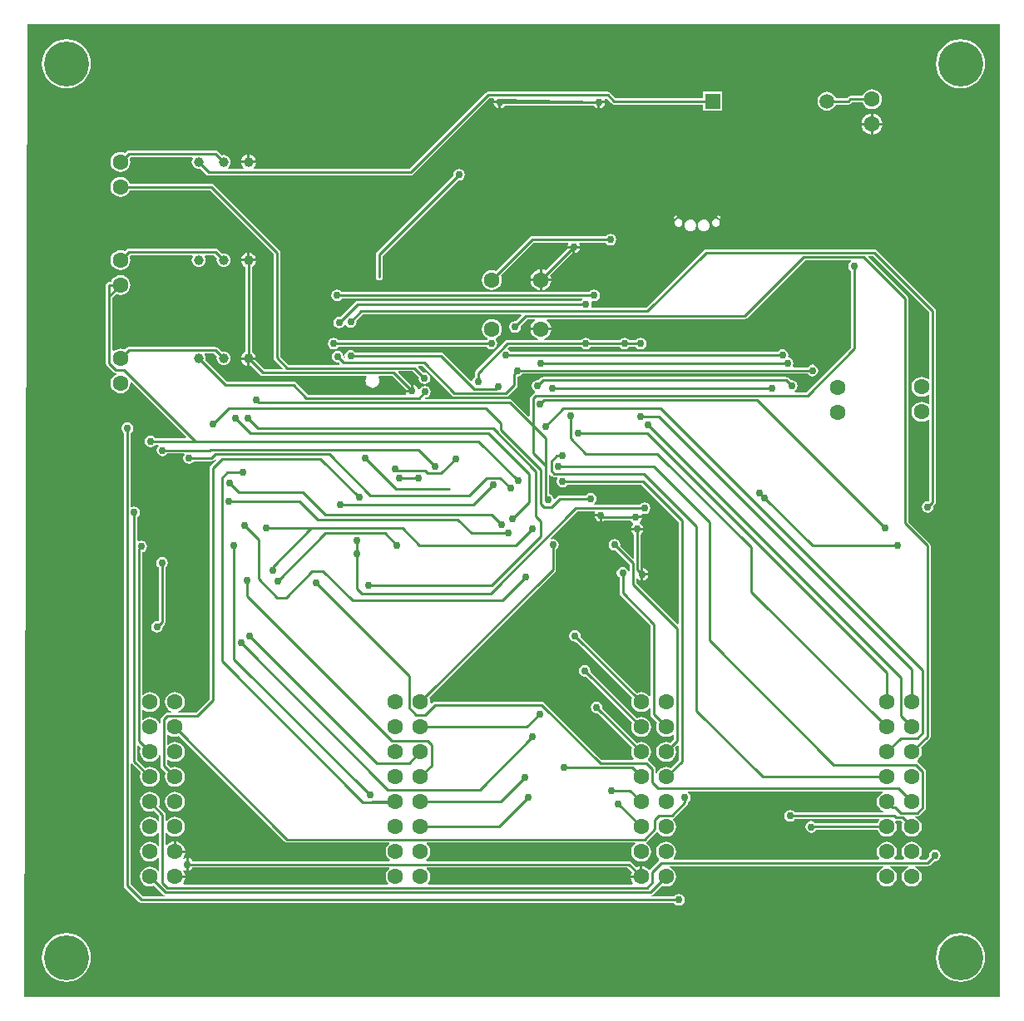
<source format=gbl>
G04*
G04 #@! TF.GenerationSoftware,Altium Limited,Altium Designer,19.1.8 (144)*
G04*
G04 Layer_Physical_Order=2*
G04 Layer_Color=16711680*
%FSLAX25Y25*%
%MOIN*%
G70*
G01*
G75*
%ADD14C,0.01000*%
%ADD58C,0.06299*%
%ADD59C,0.03937*%
%ADD60C,0.05906*%
%ADD61R,0.05906X0.05906*%
%ADD62C,0.18000*%
%ADD63C,0.03000*%
G36*
X389764Y389764D02*
X389764Y-0D01*
X-728Y-0D01*
X-1081Y354D01*
X0Y389764D01*
X389764Y389764D01*
D02*
G37*
%LPC*%
G36*
X374016Y383863D02*
X372095Y383674D01*
X370247Y383114D01*
X368545Y382204D01*
X367053Y380979D01*
X365828Y379487D01*
X364918Y377784D01*
X364358Y375937D01*
X364168Y374016D01*
X364358Y372095D01*
X364918Y370247D01*
X365828Y368545D01*
X367053Y367053D01*
X368545Y365828D01*
X370247Y364918D01*
X372095Y364357D01*
X374016Y364168D01*
X375937Y364357D01*
X377784Y364918D01*
X379487Y365828D01*
X380979Y367053D01*
X382204Y368545D01*
X383114Y370247D01*
X383674Y372095D01*
X383863Y374016D01*
X383674Y375937D01*
X383114Y377784D01*
X382204Y379487D01*
X380979Y380979D01*
X379487Y382204D01*
X377784Y383114D01*
X375937Y383674D01*
X374016Y383863D01*
D02*
G37*
G36*
X15748D02*
X13827Y383674D01*
X11980Y383114D01*
X10277Y382204D01*
X8785Y380979D01*
X7560Y379487D01*
X6650Y377784D01*
X6090Y375937D01*
X5900Y374016D01*
X6090Y372095D01*
X6650Y370247D01*
X7560Y368545D01*
X8785Y367053D01*
X10277Y365828D01*
X11980Y364918D01*
X13827Y364357D01*
X15748Y364168D01*
X17669Y364357D01*
X19516Y364918D01*
X21219Y365828D01*
X22711Y367053D01*
X23936Y368545D01*
X24846Y370247D01*
X25406Y372095D01*
X25595Y374016D01*
X25406Y375937D01*
X24846Y377784D01*
X23936Y379487D01*
X22711Y380979D01*
X21219Y382204D01*
X19516Y383114D01*
X17669Y383674D01*
X15748Y383863D01*
D02*
G37*
G36*
X338583Y363826D02*
X337552Y363690D01*
X336591Y363293D01*
X335766Y362659D01*
X335133Y361834D01*
X334857Y361168D01*
X329939D01*
X329432Y361067D01*
X329002Y360780D01*
X328603Y360381D01*
X324084D01*
X323849Y360948D01*
X323248Y361732D01*
X322463Y362333D01*
X321551Y362711D01*
X320571Y362840D01*
X319591Y362711D01*
X318678Y362333D01*
X317895Y361732D01*
X317293Y360948D01*
X316915Y360035D01*
X316786Y359055D01*
X316915Y358075D01*
X317293Y357163D01*
X317895Y356379D01*
X318678Y355777D01*
X319591Y355399D01*
X320571Y355270D01*
X321551Y355399D01*
X322463Y355777D01*
X323248Y356379D01*
X323849Y357163D01*
X324084Y357730D01*
X329152D01*
X329659Y357831D01*
X330089Y358118D01*
X330488Y358517D01*
X334857D01*
X335133Y357851D01*
X335766Y357026D01*
X336591Y356393D01*
X337552Y355995D01*
X338583Y355859D01*
X339614Y355995D01*
X340575Y356393D01*
X341400Y357026D01*
X342033Y357851D01*
X342431Y358811D01*
X342566Y359842D01*
X342431Y360874D01*
X342033Y361834D01*
X341400Y362659D01*
X340575Y363293D01*
X339614Y363690D01*
X338583Y363826D01*
D02*
G37*
G36*
X278457Y362808D02*
X270952D01*
Y360381D01*
X235733D01*
X233696Y362417D01*
X233266Y362704D01*
X232759Y362805D01*
X184652D01*
X184145Y362704D01*
X183715Y362417D01*
X153203Y331905D01*
X90866D01*
X90696Y332405D01*
X90857Y332529D01*
X91333Y333149D01*
X91632Y333871D01*
X91668Y334146D01*
X88740D01*
X85812D01*
X85848Y333871D01*
X86147Y333149D01*
X86623Y332529D01*
X86784Y332405D01*
X86614Y331905D01*
X80537D01*
X80368Y332405D01*
X80715Y332671D01*
X81159Y333249D01*
X81437Y333923D01*
X81533Y334646D01*
X81437Y335368D01*
X81159Y336042D01*
X80715Y336620D01*
X80136Y337064D01*
X79463Y337343D01*
X78740Y337438D01*
X78017Y337343D01*
X77947Y337314D01*
X76344Y338917D01*
X75914Y339204D01*
X75406Y339305D01*
X40735D01*
X40735Y339305D01*
X40228Y339204D01*
X39798Y338917D01*
X39099Y338218D01*
X38433Y338494D01*
X37402Y338629D01*
X36371Y338494D01*
X35410Y338096D01*
X34585Y337463D01*
X33952Y336638D01*
X33554Y335677D01*
X33418Y334646D01*
X33554Y333615D01*
X33952Y332654D01*
X34585Y331829D01*
X35410Y331196D01*
X36371Y330798D01*
X37402Y330662D01*
X38433Y330798D01*
X39393Y331196D01*
X40218Y331829D01*
X40852Y332654D01*
X41249Y333615D01*
X41385Y334646D01*
X41249Y335677D01*
X41004Y336270D01*
X41316Y336654D01*
X66161D01*
X66408Y336154D01*
X66322Y336042D01*
X66043Y335368D01*
X65948Y334646D01*
X66043Y333923D01*
X66322Y333249D01*
X66766Y332671D01*
X67344Y332227D01*
X68017Y331948D01*
X68740Y331853D01*
X69463Y331948D01*
X69534Y331978D01*
X71869Y329642D01*
X72299Y329355D01*
X72806Y329254D01*
X72806Y329254D01*
X153752D01*
X154259Y329355D01*
X154689Y329642D01*
X185201Y360154D01*
X186761D01*
X187029Y359655D01*
X186935Y359179D01*
X189384D01*
Y358680D01*
X189884D01*
Y356230D01*
X190360Y356325D01*
X191187Y356877D01*
X191505Y357354D01*
X227013D01*
X227331Y356877D01*
X228158Y356325D01*
X228634Y356230D01*
Y358680D01*
X229134D01*
Y359179D01*
X231583D01*
X231489Y359655D01*
X231450Y359713D01*
X231686Y360154D01*
X232210D01*
X234246Y358118D01*
X234676Y357831D01*
X235184Y357730D01*
X270952D01*
Y355302D01*
X278457D01*
Y362808D01*
D02*
G37*
G36*
X231583Y358179D02*
X229634D01*
Y356230D01*
X230109Y356325D01*
X230936Y356877D01*
X231489Y357704D01*
X231583Y358179D01*
D02*
G37*
G36*
X188884D02*
X186935D01*
X187029Y357704D01*
X187582Y356877D01*
X188409Y356325D01*
X188884Y356230D01*
Y358179D01*
D02*
G37*
G36*
X339083Y353962D02*
Y350342D01*
X342702D01*
X342626Y350926D01*
X342207Y351935D01*
X341542Y352802D01*
X340675Y353467D01*
X339666Y353885D01*
X339083Y353962D01*
D02*
G37*
G36*
X338083D02*
X337499Y353885D01*
X336490Y353467D01*
X335623Y352802D01*
X334958Y351935D01*
X334540Y350926D01*
X334463Y350342D01*
X338083D01*
Y353962D01*
D02*
G37*
G36*
X342702Y349342D02*
X339083D01*
Y345723D01*
X339666Y345800D01*
X340675Y346218D01*
X341542Y346883D01*
X342207Y347750D01*
X342626Y348759D01*
X342702Y349342D01*
D02*
G37*
G36*
X338083D02*
X334463D01*
X334540Y348759D01*
X334958Y347750D01*
X335623Y346883D01*
X336490Y346218D01*
X337499Y345800D01*
X338083Y345723D01*
Y349342D01*
D02*
G37*
G36*
X89240Y337574D02*
Y335146D01*
X91668D01*
X91632Y335421D01*
X91333Y336143D01*
X90857Y336763D01*
X90237Y337239D01*
X89515Y337538D01*
X89240Y337574D01*
D02*
G37*
G36*
X88240D02*
X87965Y337538D01*
X87243Y337239D01*
X86623Y336763D01*
X86147Y336143D01*
X85848Y335421D01*
X85812Y335146D01*
X88240D01*
Y337574D01*
D02*
G37*
G36*
X173130Y331903D02*
X172232Y331724D01*
X171472Y331216D01*
X170963Y330455D01*
X170785Y329557D01*
X170863Y329165D01*
X140215Y298517D01*
X139927Y298087D01*
X139827Y297580D01*
Y288529D01*
X139927Y288022D01*
X140215Y287592D01*
X140645Y287304D01*
X141152Y287204D01*
X141659Y287304D01*
X142089Y287592D01*
X142376Y288022D01*
X142477Y288529D01*
Y297030D01*
X172738Y327291D01*
X173130Y327213D01*
X174027Y327391D01*
X174788Y327899D01*
X175296Y328660D01*
X175475Y329557D01*
X175296Y330455D01*
X174788Y331216D01*
X174027Y331724D01*
X173130Y331903D01*
D02*
G37*
G36*
X276846Y313155D02*
X276556Y313035D01*
X276446Y312925D01*
X276782Y312588D01*
X277559Y311811D01*
X277670Y311922D01*
X277790Y312211D01*
X277790Y312287D01*
Y312524D01*
X277670Y312814D01*
X277448Y313035D01*
X277159Y313155D01*
X276922Y313155D01*
X276846Y313155D01*
D02*
G37*
G36*
X260162D02*
X260086Y313155D01*
X259849D01*
X259560Y313035D01*
X259338Y312814D01*
X259218Y312524D01*
X259218Y312211D01*
X259338Y311922D01*
X259449Y311811D01*
X260562Y312925D01*
X260452Y313035D01*
X260162Y313155D01*
X260162Y313155D01*
D02*
G37*
G36*
X276297Y311811D02*
X275671D01*
X275092Y311571D01*
X274649Y311128D01*
X274410Y310549D01*
Y309923D01*
X274649Y309344D01*
X275092Y308901D01*
X275671Y308661D01*
X276297D01*
X276876Y308901D01*
X277319Y309344D01*
X277559Y309923D01*
Y310549D01*
X277319Y311128D01*
X276876Y311571D01*
X276297Y311811D01*
D02*
G37*
G36*
X261337D02*
X260710D01*
X260132Y311571D01*
X259689Y311128D01*
X259449Y310549D01*
Y309923D01*
X259689Y309344D01*
X260132Y308901D01*
X260710Y308661D01*
X261337D01*
X261916Y308901D01*
X262359Y309344D01*
X262598Y309923D01*
Y310549D01*
X262359Y311128D01*
X261916Y311571D01*
X261337Y311811D01*
D02*
G37*
G36*
X266335Y311631D02*
X265395D01*
X264527Y311272D01*
X263862Y310607D01*
X263502Y309739D01*
Y308799D01*
X263862Y307931D01*
X264527Y307266D01*
X265395Y306907D01*
X266335D01*
X267203Y307266D01*
X267867Y307931D01*
X268227Y308799D01*
Y309739D01*
X267867Y310607D01*
X267203Y311272D01*
X266335Y311631D01*
D02*
G37*
G36*
X271730Y311576D02*
X270790D01*
X269922Y311216D01*
X269257Y310552D01*
X268898Y309684D01*
Y308744D01*
X269257Y307876D01*
X269922Y307211D01*
X270790Y306852D01*
X271730D01*
X272598Y307211D01*
X273262Y307876D01*
X273622Y308744D01*
Y309684D01*
X273262Y310552D01*
X272598Y311216D01*
X271730Y311576D01*
D02*
G37*
G36*
X233752Y305925D02*
X232855Y305746D01*
X232094Y305238D01*
X231871Y304905D01*
X202399D01*
X201891Y304804D01*
X201461Y304517D01*
X187918Y290973D01*
X187252Y291249D01*
X186221Y291385D01*
X185189Y291249D01*
X184229Y290851D01*
X183404Y290218D01*
X182771Y289393D01*
X182373Y288433D01*
X182237Y287402D01*
X182373Y286370D01*
X182771Y285410D01*
X183404Y284585D01*
X184229Y283952D01*
X185189Y283554D01*
X186221Y283418D01*
X187252Y283554D01*
X188212Y283952D01*
X189038Y284585D01*
X189671Y285410D01*
X190068Y286370D01*
X190204Y287402D01*
X190068Y288433D01*
X189793Y289099D01*
X202948Y302254D01*
X216665D01*
X216901Y301813D01*
X216729Y301555D01*
X216634Y301080D01*
X221533D01*
X221439Y301555D01*
X221266Y301813D01*
X221502Y302254D01*
X231871D01*
X232094Y301921D01*
X232855Y301413D01*
X233752Y301235D01*
X234649Y301413D01*
X235410Y301921D01*
X235918Y302682D01*
X236097Y303579D01*
X235918Y304477D01*
X235410Y305238D01*
X234649Y305746D01*
X233752Y305925D01*
D02*
G37*
G36*
X75436Y299905D02*
X40706D01*
X40198Y299804D01*
X39768Y299517D01*
X39099Y298847D01*
X38433Y299124D01*
X37402Y299259D01*
X36371Y299124D01*
X35410Y298726D01*
X34585Y298092D01*
X33952Y297267D01*
X33554Y296307D01*
X33418Y295275D01*
X33554Y294245D01*
X33952Y293284D01*
X34585Y292459D01*
X35410Y291826D01*
X36371Y291428D01*
X37402Y291292D01*
X38433Y291428D01*
X39393Y291826D01*
X40218Y292459D01*
X40852Y293284D01*
X41249Y294245D01*
X41385Y295275D01*
X41249Y296307D01*
X41025Y296849D01*
X41346Y297254D01*
X66138D01*
X66385Y296754D01*
X66322Y296672D01*
X66043Y295998D01*
X65948Y295275D01*
X66043Y294553D01*
X66322Y293879D01*
X66766Y293301D01*
X67344Y292857D01*
X68017Y292578D01*
X68740Y292483D01*
X69463Y292578D01*
X70136Y292857D01*
X70715Y293301D01*
X71158Y293879D01*
X71437Y294553D01*
X71533Y295275D01*
X71437Y295998D01*
X71158Y296672D01*
X71095Y296754D01*
X71342Y297254D01*
X74887D01*
X76072Y296069D01*
X76043Y295998D01*
X75948Y295275D01*
X76043Y294553D01*
X76322Y293879D01*
X76766Y293301D01*
X77344Y292857D01*
X78017Y292578D01*
X78740Y292483D01*
X79463Y292578D01*
X80136Y292857D01*
X80715Y293301D01*
X81159Y293879D01*
X81437Y294553D01*
X81533Y295275D01*
X81437Y295998D01*
X81159Y296672D01*
X80715Y297250D01*
X80136Y297694D01*
X79463Y297973D01*
X78740Y298068D01*
X78017Y297973D01*
X77947Y297943D01*
X76373Y299517D01*
X75943Y299804D01*
X75436Y299905D01*
D02*
G37*
G36*
X221533Y300079D02*
X219584D01*
Y298130D01*
X220059Y298225D01*
X220886Y298777D01*
X221439Y299604D01*
X221533Y300079D01*
D02*
G37*
G36*
X218584D02*
X216634D01*
X216647Y300017D01*
X207756Y291126D01*
X206989Y291444D01*
X206406Y291521D01*
Y287901D01*
X210025D01*
X209948Y288485D01*
X209631Y289252D01*
X218521Y298143D01*
X218584Y298130D01*
Y300079D01*
D02*
G37*
G36*
X89240Y298204D02*
Y295776D01*
X91668D01*
X91632Y296051D01*
X91333Y296773D01*
X90857Y297393D01*
X90237Y297868D01*
X89515Y298168D01*
X89240Y298204D01*
D02*
G37*
G36*
X88240D02*
X87965Y298168D01*
X87243Y297868D01*
X86623Y297393D01*
X86147Y296773D01*
X85848Y296051D01*
X85812Y295776D01*
X88240D01*
Y298204D01*
D02*
G37*
G36*
X205406Y291521D02*
X204822Y291444D01*
X203813Y291026D01*
X202946Y290361D01*
X202281Y289494D01*
X201863Y288485D01*
X201786Y287901D01*
X205406D01*
Y291521D01*
D02*
G37*
G36*
X210025Y286901D02*
X206406D01*
Y283282D01*
X206989Y283359D01*
X207998Y283777D01*
X208865Y284442D01*
X209530Y285309D01*
X209948Y286318D01*
X210025Y286901D01*
D02*
G37*
G36*
X205406D02*
X201786D01*
X201863Y286318D01*
X202281Y285309D01*
X202946Y284442D01*
X203813Y283777D01*
X204822Y283359D01*
X205406Y283282D01*
Y286901D01*
D02*
G37*
G36*
X186221Y271700D02*
X185189Y271565D01*
X184229Y271166D01*
X183404Y270533D01*
X182771Y269708D01*
X182373Y268748D01*
X182237Y267717D01*
X182373Y266686D01*
X182771Y265725D01*
X183404Y264900D01*
X184229Y264267D01*
X184589Y264117D01*
X184638Y263620D01*
X184365Y263438D01*
X184143Y263105D01*
X124732D01*
X124510Y263438D01*
X123749Y263946D01*
X122852Y264125D01*
X121955Y263946D01*
X121194Y263438D01*
X120685Y262677D01*
X120507Y261779D01*
X120685Y260882D01*
X121194Y260121D01*
X121955Y259613D01*
X122852Y259435D01*
X123749Y259613D01*
X124510Y260121D01*
X124732Y260454D01*
X184143D01*
X184365Y260121D01*
X185126Y259613D01*
X186024Y259435D01*
X186921Y259613D01*
X187682Y260121D01*
X188190Y260882D01*
X188369Y261779D01*
X188190Y262677D01*
X187682Y263438D01*
X187619Y263480D01*
X187675Y264044D01*
X188212Y264267D01*
X189038Y264900D01*
X189671Y265725D01*
X190068Y266686D01*
X190204Y267717D01*
X190068Y268748D01*
X189671Y269708D01*
X189038Y270533D01*
X188212Y271166D01*
X187252Y271565D01*
X186221Y271700D01*
D02*
G37*
G36*
X37402Y328629D02*
X36371Y328494D01*
X35410Y328096D01*
X34585Y327463D01*
X33952Y326638D01*
X33554Y325677D01*
X33418Y324646D01*
X33554Y323615D01*
X33952Y322654D01*
X34585Y321829D01*
X35410Y321196D01*
X36371Y320798D01*
X37402Y320662D01*
X38433Y320798D01*
X39393Y321196D01*
X40218Y321829D01*
X40852Y322654D01*
X41128Y323320D01*
X73337D01*
X98826Y297831D01*
Y256179D01*
X98927Y255672D01*
X99215Y255242D01*
X102490Y251967D01*
X102299Y251505D01*
X95015D01*
X91561Y254959D01*
X91632Y255131D01*
X91668Y255405D01*
X89240D01*
Y252977D01*
X89515Y253013D01*
X89687Y253084D01*
X93529Y249242D01*
X93959Y248955D01*
X94466Y248854D01*
X135788D01*
X136035Y248354D01*
X135968Y248266D01*
X135688Y247593D01*
X135593Y246870D01*
X135688Y246147D01*
X135968Y245474D01*
X136411Y244896D01*
X136990Y244452D01*
X137663Y244173D01*
X138386Y244078D01*
X139109Y244173D01*
X139782Y244452D01*
X140360Y244896D01*
X140804Y245474D01*
X141083Y246147D01*
X141178Y246870D01*
X141083Y247593D01*
X140804Y248266D01*
X140737Y248354D01*
X140983Y248854D01*
X146403D01*
X151815Y243442D01*
X151802Y243379D01*
X153752D01*
Y245329D01*
X153689Y245317D01*
X148714Y250292D01*
X148905Y250754D01*
X154552D01*
X156985Y248321D01*
X156907Y247929D01*
X157085Y247031D01*
X157594Y246270D01*
X158354Y245762D01*
X159252Y245584D01*
X160149Y245762D01*
X160910Y246270D01*
X161418Y247031D01*
X161597Y247929D01*
X161418Y248826D01*
X160910Y249587D01*
X160149Y250095D01*
X159252Y250274D01*
X158860Y250196D01*
X156663Y252392D01*
X156854Y252854D01*
X158434D01*
X170346Y240942D01*
X170776Y240655D01*
X171284Y240554D01*
X191852D01*
X192359Y240655D01*
X192789Y240942D01*
X196089Y244242D01*
X196377Y244672D01*
X196477Y245180D01*
Y248718D01*
X196498Y248734D01*
X197395Y248913D01*
X198156Y249421D01*
X198378Y249754D01*
X312771D01*
X312994Y249421D01*
X313755Y248913D01*
X314652Y248734D01*
X315549Y248913D01*
X316310Y249421D01*
X316818Y250182D01*
X316997Y251080D01*
X316818Y251977D01*
X316310Y252738D01*
X315549Y253246D01*
X314652Y253425D01*
X313755Y253246D01*
X312994Y252738D01*
X312771Y252405D01*
X306996D01*
X306761Y252846D01*
X306919Y253082D01*
X307097Y253979D01*
X306919Y254877D01*
X306410Y255638D01*
X305649Y256146D01*
X305267Y256222D01*
X304903Y256804D01*
X304997Y257279D01*
X304819Y258177D01*
X304310Y258938D01*
X303549Y259446D01*
X302652Y259625D01*
X301755Y259446D01*
X300994Y258938D01*
X300771Y258605D01*
X193810D01*
X193587Y258938D01*
X192827Y259446D01*
X192654Y259481D01*
X192508Y259959D01*
X193103Y260554D01*
X222071D01*
X222294Y260221D01*
X223055Y259713D01*
X223952Y259535D01*
X224849Y259713D01*
X225610Y260221D01*
X225833Y260554D01*
X237467D01*
X237690Y260221D01*
X238451Y259713D01*
X239348Y259535D01*
X240245Y259713D01*
X241006Y260221D01*
X241229Y260554D01*
X243971D01*
X244194Y260221D01*
X244955Y259713D01*
X245852Y259535D01*
X246749Y259713D01*
X247510Y260221D01*
X248019Y260982D01*
X248197Y261879D01*
X248019Y262777D01*
X247510Y263538D01*
X246749Y264046D01*
X245852Y264225D01*
X244955Y264046D01*
X244194Y263538D01*
X243971Y263205D01*
X241229D01*
X241006Y263538D01*
X240245Y264046D01*
X239348Y264225D01*
X238451Y264046D01*
X237690Y263538D01*
X237467Y263205D01*
X225833D01*
X225610Y263538D01*
X224849Y264046D01*
X223952Y264225D01*
X223055Y264046D01*
X222294Y263538D01*
X222071Y263205D01*
X207101D01*
X206989Y263674D01*
X207998Y264092D01*
X208865Y264757D01*
X209530Y265624D01*
X209948Y266633D01*
X210025Y267216D01*
X205906D01*
X201786D01*
X201863Y266633D01*
X202281Y265624D01*
X202946Y264757D01*
X203813Y264092D01*
X204822Y263674D01*
X204710Y263205D01*
X192554D01*
X192047Y263104D01*
X191617Y262817D01*
X179815Y251014D01*
X179527Y250584D01*
X179427Y250077D01*
Y248360D01*
X179094Y248138D01*
X178585Y247377D01*
X178478Y246835D01*
X177935Y246671D01*
X166689Y257917D01*
X166259Y258204D01*
X165752Y258305D01*
X131533D01*
X131310Y258638D01*
X130549Y259146D01*
X129652Y259325D01*
X128754Y259146D01*
X127994Y258638D01*
X127485Y257877D01*
X127307Y256979D01*
X127381Y256605D01*
X126984Y256042D01*
X126982Y256041D01*
X126623Y256410D01*
X126680Y256697D01*
X126501Y257594D01*
X125993Y258355D01*
X125232Y258863D01*
X124335Y259042D01*
X123437Y258863D01*
X122677Y258355D01*
X122168Y257594D01*
X121990Y256697D01*
X122168Y255799D01*
X122677Y255038D01*
X123437Y254530D01*
X124335Y254352D01*
X124727Y254430D01*
X125290Y253867D01*
X125099Y253405D01*
X104801D01*
X101477Y256729D01*
Y298379D01*
X101376Y298887D01*
X101089Y299317D01*
X74823Y325583D01*
X74393Y325870D01*
X73886Y325971D01*
X41128D01*
X40852Y326638D01*
X40218Y327463D01*
X39393Y328096D01*
X38433Y328494D01*
X37402Y328629D01*
D02*
G37*
G36*
X91668Y294776D02*
X88740D01*
X85812D01*
X85848Y294501D01*
X86147Y293778D01*
X86623Y293158D01*
X87243Y292683D01*
X87415Y292612D01*
Y258570D01*
X87243Y258499D01*
X86623Y258023D01*
X86147Y257403D01*
X85848Y256680D01*
X85812Y256405D01*
X88740D01*
X91668D01*
X91632Y256680D01*
X91333Y257403D01*
X90857Y258023D01*
X90237Y258499D01*
X90066Y258570D01*
Y292612D01*
X90237Y292683D01*
X90857Y293158D01*
X91333Y293778D01*
X91632Y294501D01*
X91668Y294776D01*
D02*
G37*
G36*
X88240Y255405D02*
X85812D01*
X85848Y255131D01*
X86147Y254409D01*
X86623Y253788D01*
X87243Y253313D01*
X87965Y253013D01*
X88240Y252977D01*
Y255405D01*
D02*
G37*
G36*
X339552Y299705D02*
X272152D01*
X271645Y299604D01*
X271215Y299317D01*
X248003Y276105D01*
X226263D01*
X226028Y276546D01*
X226118Y276682D01*
X226297Y277579D01*
X226118Y278477D01*
X226048Y278583D01*
X226088Y278668D01*
X226378Y278988D01*
X227152Y278835D01*
X228049Y279013D01*
X228810Y279521D01*
X229318Y280282D01*
X229497Y281179D01*
X229318Y282077D01*
X228810Y282838D01*
X228049Y283346D01*
X227152Y283525D01*
X226255Y283346D01*
X225494Y282838D01*
X225271Y282505D01*
X126133D01*
X125910Y282838D01*
X125149Y283346D01*
X124252Y283525D01*
X123354Y283346D01*
X122594Y282838D01*
X122085Y282077D01*
X121907Y281179D01*
X122085Y280282D01*
X122594Y279521D01*
X123354Y279013D01*
X124252Y278835D01*
X125149Y279013D01*
X125910Y279521D01*
X126133Y279854D01*
X222316D01*
X222468Y279354D01*
X222294Y279238D01*
X222071Y278905D01*
X132352D01*
X131845Y278804D01*
X131415Y278517D01*
X125444Y272547D01*
X125052Y272625D01*
X124154Y272446D01*
X123394Y271938D01*
X122885Y271177D01*
X122707Y270280D01*
X122885Y269382D01*
X123394Y268621D01*
X124154Y268113D01*
X125052Y267934D01*
X125949Y268113D01*
X126710Y268621D01*
X127118Y269232D01*
X127594Y269291D01*
X127697Y269266D01*
X127994Y268821D01*
X128754Y268313D01*
X129652Y268134D01*
X130549Y268313D01*
X131310Y268821D01*
X131818Y269582D01*
X131997Y270479D01*
X131919Y270872D01*
X134501Y273454D01*
X197870D01*
X198062Y272992D01*
X195916Y270847D01*
X195524Y270925D01*
X194626Y270746D01*
X193865Y270238D01*
X193357Y269477D01*
X193178Y268580D01*
X193357Y267682D01*
X193865Y266921D01*
X194626Y266413D01*
X195524Y266234D01*
X196421Y266413D01*
X197182Y266921D01*
X197690Y267682D01*
X197869Y268580D01*
X197791Y268972D01*
X200473Y271654D01*
X203399D01*
X203569Y271154D01*
X202946Y270676D01*
X202281Y269809D01*
X201863Y268800D01*
X201786Y268216D01*
X205906D01*
X210025D01*
X209948Y268800D01*
X209530Y269809D01*
X208865Y270676D01*
X208242Y271154D01*
X208412Y271654D01*
X287552D01*
X288059Y271755D01*
X288489Y272042D01*
X311701Y295254D01*
X330015D01*
X330167Y294754D01*
X329694Y294438D01*
X329185Y293677D01*
X329007Y292779D01*
X329185Y291882D01*
X329694Y291121D01*
X330027Y290899D01*
Y260329D01*
X312103Y242405D01*
X307688D01*
X307537Y242905D01*
X308010Y243221D01*
X308519Y243982D01*
X308697Y244880D01*
X308519Y245777D01*
X308010Y246538D01*
X307249Y247046D01*
X306352Y247225D01*
X305960Y247147D01*
X305003Y248103D01*
X304573Y248390D01*
X304066Y248491D01*
X206838D01*
X206838Y248491D01*
X206331Y248390D01*
X205901Y248103D01*
X204944Y247147D01*
X204552Y247225D01*
X203655Y247046D01*
X202894Y246538D01*
X202385Y245777D01*
X202207Y244880D01*
X202385Y243982D01*
X202894Y243221D01*
X203490Y242823D01*
X203457Y242449D01*
X203421Y242288D01*
X203015Y242017D01*
X201715Y240717D01*
X201427Y240287D01*
X201326Y239779D01*
Y232833D01*
X200865Y232641D01*
X194289Y239217D01*
X193859Y239504D01*
X193352Y239605D01*
X159633D01*
X159396Y240105D01*
X159425Y240140D01*
X159452Y240135D01*
X160349Y240313D01*
X161110Y240821D01*
X161618Y241582D01*
X161797Y242479D01*
X161618Y243377D01*
X161110Y244138D01*
X160349Y244646D01*
X159452Y244825D01*
X158554Y244646D01*
X157794Y244138D01*
X157285Y243377D01*
X157249Y243192D01*
X156739D01*
X156607Y243855D01*
X156054Y244682D01*
X155227Y245234D01*
X154752Y245329D01*
Y242880D01*
X154252D01*
Y242379D01*
X151802D01*
X151897Y241904D01*
X151936Y241846D01*
X151700Y241405D01*
X112501D01*
X107689Y246217D01*
X107259Y246504D01*
X106752Y246605D01*
X79915D01*
X71408Y255112D01*
X71437Y255183D01*
X71533Y255906D01*
X71437Y256628D01*
X71158Y257302D01*
X71079Y257406D01*
X71300Y257854D01*
X74917D01*
X76072Y256699D01*
X76043Y256628D01*
X75948Y255906D01*
X76043Y255183D01*
X76322Y254509D01*
X76766Y253931D01*
X77344Y253487D01*
X78017Y253208D01*
X78740Y253113D01*
X79463Y253208D01*
X80136Y253487D01*
X80715Y253931D01*
X81159Y254509D01*
X81437Y255183D01*
X81533Y255906D01*
X81437Y256628D01*
X81159Y257302D01*
X80715Y257880D01*
X80136Y258324D01*
X79463Y258603D01*
X78740Y258698D01*
X78017Y258603D01*
X77947Y258574D01*
X76403Y260117D01*
X75973Y260404D01*
X75466Y260505D01*
X40676D01*
X40676Y260505D01*
X40168Y260404D01*
X39738Y260117D01*
X39099Y259477D01*
X38433Y259753D01*
X37402Y259889D01*
X36371Y259753D01*
X35410Y259355D01*
X34777Y258870D01*
X34277Y259114D01*
Y280277D01*
X35704Y281704D01*
X36371Y281428D01*
X37402Y281292D01*
X38433Y281428D01*
X39393Y281826D01*
X40218Y282459D01*
X40852Y283284D01*
X41249Y284244D01*
X41385Y285276D01*
X41249Y286307D01*
X40852Y287267D01*
X40218Y288092D01*
X39393Y288725D01*
X38433Y289124D01*
X37402Y289259D01*
X36371Y289124D01*
X35410Y288725D01*
X34585Y288092D01*
X33952Y287267D01*
X33676Y286601D01*
X32952D01*
X32445Y286500D01*
X32015Y286213D01*
X31727Y285783D01*
X31626Y285276D01*
Y280826D01*
Y253780D01*
X31727Y253272D01*
X32015Y252842D01*
X34415Y250442D01*
X34845Y250155D01*
X35352Y250054D01*
X35790D01*
X35889Y249554D01*
X35410Y249356D01*
X34585Y248722D01*
X33952Y247897D01*
X33554Y246937D01*
X33418Y245905D01*
X33554Y244875D01*
X33952Y243914D01*
X34585Y243089D01*
X35410Y242456D01*
X36371Y242058D01*
X37402Y241922D01*
X38433Y242058D01*
X39393Y242456D01*
X40218Y243089D01*
X40852Y243914D01*
X41249Y244875D01*
X41385Y245905D01*
X41346Y246204D01*
X41820Y246438D01*
X63790Y224467D01*
X63599Y224005D01*
X51332D01*
X51110Y224338D01*
X50349Y224846D01*
X49452Y225025D01*
X48555Y224846D01*
X47794Y224338D01*
X47285Y223577D01*
X47107Y222679D01*
X47285Y221782D01*
X47794Y221021D01*
X48555Y220513D01*
X49452Y220335D01*
X50349Y220513D01*
X51110Y221021D01*
X51332Y221354D01*
X52616D01*
X52768Y220854D01*
X52594Y220738D01*
X52085Y219977D01*
X51907Y219079D01*
X52085Y218182D01*
X52594Y217421D01*
X53355Y216913D01*
X54252Y216735D01*
X55149Y216913D01*
X55910Y217421D01*
X56133Y217754D01*
X62770D01*
X63037Y217254D01*
X62785Y216877D01*
X62607Y215980D01*
X62785Y215082D01*
X63294Y214321D01*
X64055Y213813D01*
X64952Y213634D01*
X65849Y213813D01*
X66610Y214321D01*
X66833Y214654D01*
X73952D01*
X74459Y214755D01*
X74889Y215042D01*
X75713Y215865D01*
X75730Y215862D01*
X75895Y215319D01*
X73515Y212940D01*
X73227Y212510D01*
X73127Y212002D01*
Y119329D01*
X67703Y113905D01*
X60687D01*
X60588Y114405D01*
X61204Y114660D01*
X62029Y115293D01*
X62663Y116119D01*
X63060Y117079D01*
X63196Y118110D01*
X63060Y119141D01*
X62663Y120102D01*
X62029Y120927D01*
X61204Y121560D01*
X60244Y121958D01*
X59213Y122094D01*
X58182Y121958D01*
X57221Y121560D01*
X56396Y120927D01*
X55763Y120102D01*
X55365Y119141D01*
X55229Y118110D01*
X55365Y117079D01*
X55763Y116119D01*
X56396Y115293D01*
X57221Y114660D01*
X57837Y114405D01*
X57738Y113905D01*
X56252D01*
X55745Y113804D01*
X55315Y113517D01*
X53826Y112028D01*
X53538Y111598D01*
X53438Y111091D01*
Y109538D01*
X52938Y109438D01*
X52662Y110102D01*
X52030Y110927D01*
X51204Y111560D01*
X50244Y111958D01*
X49213Y112094D01*
X48182Y111958D01*
X47221Y111560D01*
X46577Y111067D01*
X46077Y111300D01*
Y114921D01*
X46577Y115154D01*
X47221Y114660D01*
X48182Y114262D01*
X49213Y114127D01*
X50244Y114262D01*
X51204Y114660D01*
X52030Y115293D01*
X52662Y116119D01*
X53061Y117079D01*
X53196Y118110D01*
X53061Y119141D01*
X52662Y120102D01*
X52030Y120927D01*
X51204Y121560D01*
X50244Y121958D01*
X49213Y122094D01*
X48182Y121958D01*
X47221Y121560D01*
X46577Y121067D01*
X46077Y121300D01*
Y178199D01*
X46649Y178313D01*
X47410Y178821D01*
X47918Y179582D01*
X48097Y180480D01*
X47918Y181377D01*
X47410Y182138D01*
X46649Y182646D01*
X45752Y182825D01*
X44855Y182646D01*
X44718Y182555D01*
X44277Y182791D01*
Y192309D01*
X44610Y192532D01*
X45118Y193292D01*
X45297Y194190D01*
X45118Y195087D01*
X44610Y195848D01*
X43849Y196356D01*
X42952Y196535D01*
X42055Y196356D01*
X41918Y196265D01*
X41477Y196501D01*
Y226072D01*
X41810Y226294D01*
X42318Y227055D01*
X42497Y227953D01*
X42318Y228850D01*
X41810Y229611D01*
X41049Y230119D01*
X40152Y230298D01*
X39255Y230119D01*
X38494Y229611D01*
X37985Y228850D01*
X37807Y227953D01*
X37985Y227055D01*
X38494Y226294D01*
X38827Y226072D01*
Y44480D01*
X38927Y43972D01*
X39215Y43542D01*
X44915Y37842D01*
X45345Y37555D01*
X45852Y37454D01*
X259271D01*
X259494Y37121D01*
X260255Y36613D01*
X261152Y36435D01*
X262049Y36613D01*
X262810Y37121D01*
X263318Y37882D01*
X263497Y38780D01*
X263318Y39677D01*
X262810Y40438D01*
X262049Y40946D01*
X261152Y41125D01*
X260255Y40946D01*
X259494Y40438D01*
X259271Y40105D01*
X250213D01*
X250164Y40605D01*
X250321Y40636D01*
X250751Y40924D01*
X254365Y44538D01*
X255032Y44262D01*
X256063Y44127D01*
X257094Y44262D01*
X258055Y44660D01*
X258880Y45293D01*
X259513Y46119D01*
X259911Y47079D01*
X260047Y48110D01*
X259911Y49141D01*
X259513Y50102D01*
X258880Y50927D01*
X258055Y51560D01*
X257391Y51835D01*
X257490Y52335D01*
X343061D01*
X343160Y51835D01*
X342496Y51560D01*
X341671Y50927D01*
X341038Y50102D01*
X340640Y49141D01*
X340505Y48110D01*
X340640Y47079D01*
X341038Y46119D01*
X341671Y45293D01*
X342496Y44660D01*
X343457Y44262D01*
X344488Y44127D01*
X345519Y44262D01*
X346480Y44660D01*
X347305Y45293D01*
X347938Y46119D01*
X348336Y47079D01*
X348472Y48110D01*
X348336Y49141D01*
X347938Y50102D01*
X347305Y50927D01*
X346480Y51560D01*
X345816Y51835D01*
X345916Y52335D01*
X353061D01*
X353160Y51835D01*
X352496Y51560D01*
X351671Y50927D01*
X351038Y50102D01*
X350640Y49141D01*
X350504Y48110D01*
X350640Y47079D01*
X351038Y46119D01*
X351671Y45293D01*
X352496Y44660D01*
X353457Y44262D01*
X354488Y44127D01*
X355519Y44262D01*
X356480Y44660D01*
X357305Y45293D01*
X357938Y46119D01*
X358336Y47079D01*
X358472Y48110D01*
X358336Y49141D01*
X357938Y50102D01*
X357305Y50927D01*
X356480Y51560D01*
X355816Y51835D01*
X355916Y52335D01*
X360733D01*
X361240Y52436D01*
X361670Y52723D01*
X363359Y54413D01*
X363752Y54334D01*
X364649Y54513D01*
X365410Y55021D01*
X365918Y55782D01*
X366097Y56679D01*
X365918Y57577D01*
X365410Y58338D01*
X364649Y58846D01*
X363752Y59025D01*
X362855Y58846D01*
X362094Y58338D01*
X361585Y57577D01*
X361407Y56679D01*
X361485Y56287D01*
X360184Y54986D01*
X357697D01*
X357453Y55486D01*
X357938Y56119D01*
X358336Y57079D01*
X358472Y58110D01*
X358336Y59141D01*
X357938Y60102D01*
X357305Y60927D01*
X356480Y61560D01*
X355519Y61958D01*
X354488Y62094D01*
X353457Y61958D01*
X352496Y61560D01*
X351671Y60927D01*
X351038Y60102D01*
X350640Y59141D01*
X350504Y58110D01*
X350640Y57079D01*
X351038Y56119D01*
X351523Y55486D01*
X351280Y54986D01*
X347697D01*
X347453Y55486D01*
X347938Y56119D01*
X348336Y57079D01*
X348472Y58110D01*
X348336Y59141D01*
X347938Y60102D01*
X347305Y60927D01*
X346480Y61560D01*
X345519Y61958D01*
X344488Y62094D01*
X343457Y61958D01*
X342496Y61560D01*
X341671Y60927D01*
X341038Y60102D01*
X340640Y59141D01*
X340505Y58110D01*
X340640Y57079D01*
X341038Y56119D01*
X341523Y55486D01*
X341280Y54986D01*
X259272D01*
X259028Y55486D01*
X259513Y56119D01*
X259911Y57079D01*
X260047Y58110D01*
X259911Y59141D01*
X259513Y60102D01*
X258880Y60927D01*
X258055Y61560D01*
X257094Y61958D01*
X256063Y62094D01*
X255032Y61958D01*
X254071Y61560D01*
X253246Y60927D01*
X252613Y60102D01*
X252215Y59141D01*
X252079Y58110D01*
X252215Y57079D01*
X252613Y56119D01*
X253246Y55293D01*
X253279Y55268D01*
X253259Y54654D01*
X253175Y54598D01*
X249650Y51073D01*
X249076Y51000D01*
X249023Y51070D01*
X248156Y51735D01*
X247146Y52153D01*
X246563Y52230D01*
Y48110D01*
X246063D01*
Y47610D01*
X241943D01*
X242020Y47027D01*
X242438Y46018D01*
X242846Y45486D01*
X242600Y44986D01*
X160846D01*
X160603Y45486D01*
X161088Y46119D01*
X161486Y47079D01*
X161621Y48110D01*
X161486Y49141D01*
X161088Y50102D01*
X160455Y50927D01*
X160029Y51254D01*
X160198Y51754D01*
X240545D01*
X242338Y49961D01*
X242020Y49194D01*
X241943Y48610D01*
X245563D01*
Y52230D01*
X244980Y52153D01*
X244213Y51835D01*
X242031Y54017D01*
X241601Y54304D01*
X241094Y54405D01*
X160118D01*
X159948Y54905D01*
X160455Y55293D01*
X161088Y56119D01*
X161486Y57079D01*
X161621Y58110D01*
X161486Y59141D01*
X161088Y60102D01*
X160455Y60927D01*
X160029Y61254D01*
X160198Y61754D01*
X243502D01*
X243672Y61254D01*
X243246Y60927D01*
X242613Y60102D01*
X242215Y59141D01*
X242079Y58110D01*
X242215Y57079D01*
X242613Y56119D01*
X243246Y55293D01*
X244071Y54660D01*
X245032Y54262D01*
X246063Y54127D01*
X247094Y54262D01*
X248055Y54660D01*
X248880Y55293D01*
X249513Y56119D01*
X249911Y57079D01*
X250047Y58110D01*
X249911Y59141D01*
X249513Y60102D01*
X248880Y60927D01*
X248214Y61439D01*
X248175Y61926D01*
X248211Y62037D01*
X248369Y62142D01*
X252179Y65952D01*
X252804Y65870D01*
X253246Y65293D01*
X254071Y64660D01*
X255032Y64262D01*
X256063Y64127D01*
X257094Y64262D01*
X258055Y64660D01*
X258880Y65293D01*
X259513Y66119D01*
X259911Y67079D01*
X260047Y68110D01*
X259911Y69141D01*
X259513Y70102D01*
X258941Y70847D01*
X258921Y70942D01*
X258938Y71152D01*
X259016Y71453D01*
X259270Y71623D01*
X264489Y76842D01*
X264776Y77272D01*
X264877Y77780D01*
Y77899D01*
X265210Y78121D01*
X265719Y78882D01*
X265897Y79779D01*
X265719Y80677D01*
X265210Y81438D01*
X264737Y81754D01*
X264889Y82254D01*
X342865D01*
X342964Y81754D01*
X342496Y81560D01*
X341671Y80927D01*
X341038Y80102D01*
X340640Y79141D01*
X340505Y78110D01*
X340640Y77079D01*
X341038Y76118D01*
X341671Y75293D01*
X342496Y74660D01*
X343113Y74405D01*
X343013Y73905D01*
X307632D01*
X307410Y74238D01*
X306649Y74746D01*
X305752Y74925D01*
X304855Y74746D01*
X304094Y74238D01*
X303585Y73477D01*
X303407Y72579D01*
X303585Y71682D01*
X304094Y70921D01*
X304855Y70413D01*
X305752Y70235D01*
X306649Y70413D01*
X307410Y70921D01*
X307632Y71254D01*
X341314D01*
X341538Y70754D01*
X341038Y70102D01*
X340762Y69436D01*
X316112D01*
X315910Y69738D01*
X315149Y70246D01*
X314252Y70425D01*
X313355Y70246D01*
X312594Y69738D01*
X312085Y68977D01*
X311907Y68080D01*
X312085Y67182D01*
X312594Y66421D01*
X313355Y65913D01*
X314252Y65734D01*
X315149Y65913D01*
X315910Y66421D01*
X316153Y66785D01*
X340762D01*
X341038Y66119D01*
X341671Y65293D01*
X342496Y64660D01*
X343457Y64262D01*
X344488Y64127D01*
X345519Y64262D01*
X346480Y64660D01*
X347305Y65293D01*
X347938Y66119D01*
X348336Y67079D01*
X348472Y68110D01*
X348336Y69141D01*
X347946Y70084D01*
X347976Y70157D01*
X348236Y70536D01*
X348239Y70535D01*
X350189D01*
X350916Y69808D01*
X350640Y69141D01*
X350504Y68110D01*
X350640Y67079D01*
X351038Y66119D01*
X351671Y65293D01*
X352496Y64660D01*
X353457Y64262D01*
X354488Y64127D01*
X355519Y64262D01*
X356480Y64660D01*
X357305Y65293D01*
X357938Y66119D01*
X358336Y67079D01*
X358472Y68110D01*
X358336Y69141D01*
X357938Y70102D01*
X357305Y70927D01*
X356480Y71560D01*
X355816Y71835D01*
X355916Y72335D01*
X356833D01*
X357340Y72436D01*
X357770Y72724D01*
X359889Y74842D01*
X360176Y75272D01*
X360277Y75779D01*
Y90380D01*
X360176Y90887D01*
X359889Y91317D01*
X357189Y94017D01*
X356801Y94276D01*
X356746Y94414D01*
X356696Y94826D01*
X357305Y95293D01*
X357938Y96118D01*
X358336Y97079D01*
X358472Y98110D01*
X358336Y99141D01*
X358060Y99808D01*
X361689Y103437D01*
X361977Y103867D01*
X362077Y104374D01*
Y180780D01*
X361977Y181287D01*
X361689Y181717D01*
X353077Y190329D01*
Y279979D01*
X353077Y279979D01*
X352976Y280487D01*
X352689Y280917D01*
X337014Y296592D01*
X337205Y297054D01*
X339003D01*
X361526Y274531D01*
Y247663D01*
X361027Y247427D01*
X360386Y247918D01*
X359426Y248316D01*
X358395Y248451D01*
X357364Y248316D01*
X356403Y247918D01*
X355578Y247285D01*
X354945Y246460D01*
X354547Y245499D01*
X354411Y244468D01*
X354547Y243437D01*
X354945Y242476D01*
X355578Y241651D01*
X356403Y241018D01*
X357364Y240620D01*
X358395Y240484D01*
X359426Y240620D01*
X360386Y241018D01*
X361027Y241509D01*
X361526Y241273D01*
Y237663D01*
X361027Y237426D01*
X360386Y237918D01*
X359426Y238316D01*
X358395Y238451D01*
X357364Y238316D01*
X356403Y237918D01*
X355578Y237285D01*
X354945Y236460D01*
X354547Y235499D01*
X354411Y234468D01*
X354547Y233437D01*
X354945Y232476D01*
X355578Y231651D01*
X356403Y231018D01*
X357364Y230620D01*
X358395Y230484D01*
X359426Y230620D01*
X360386Y231018D01*
X361027Y231509D01*
X361526Y231273D01*
Y199081D01*
X361080Y198699D01*
X360952Y198725D01*
X360055Y198546D01*
X359294Y198038D01*
X358785Y197277D01*
X358607Y196379D01*
X358785Y195482D01*
X359294Y194721D01*
X360055Y194213D01*
X360952Y194035D01*
X361849Y194213D01*
X362610Y194721D01*
X363119Y195482D01*
X363297Y196379D01*
X363219Y196772D01*
X363789Y197342D01*
X364076Y197772D01*
X364177Y198280D01*
Y275079D01*
X364076Y275587D01*
X363789Y276017D01*
X340489Y299317D01*
X340059Y299604D01*
X339552Y299705D01*
D02*
G37*
G36*
X54052Y176325D02*
X53154Y176146D01*
X52394Y175638D01*
X51885Y174877D01*
X51707Y173979D01*
X51885Y173082D01*
X52394Y172321D01*
X52727Y172099D01*
Y150914D01*
X52334Y150568D01*
X52052Y150625D01*
X51155Y150446D01*
X50394Y149938D01*
X49885Y149177D01*
X49707Y148280D01*
X49885Y147382D01*
X50394Y146621D01*
X51155Y146113D01*
X52052Y145934D01*
X52949Y146113D01*
X53710Y146621D01*
X54219Y147382D01*
X54397Y148280D01*
X54319Y148672D01*
X54989Y149342D01*
X55277Y149772D01*
X55377Y150279D01*
Y172099D01*
X55710Y172321D01*
X56218Y173082D01*
X56397Y173979D01*
X56218Y174877D01*
X55710Y175638D01*
X54949Y176146D01*
X54052Y176325D01*
D02*
G37*
G36*
X374016Y25596D02*
X372095Y25406D01*
X370247Y24846D01*
X368545Y23936D01*
X367053Y22711D01*
X365828Y21219D01*
X364918Y19517D01*
X364358Y17669D01*
X364168Y15748D01*
X364358Y13827D01*
X364918Y11980D01*
X365828Y10277D01*
X367053Y8785D01*
X368545Y7560D01*
X370247Y6650D01*
X372095Y6090D01*
X374016Y5901D01*
X375937Y6090D01*
X377784Y6650D01*
X379487Y7560D01*
X380979Y8785D01*
X382204Y10277D01*
X383114Y11980D01*
X383674Y13827D01*
X383863Y15748D01*
X383674Y17669D01*
X383114Y19517D01*
X382204Y21219D01*
X380979Y22711D01*
X379487Y23936D01*
X377784Y24846D01*
X375937Y25406D01*
X374016Y25596D01*
D02*
G37*
G36*
X15748D02*
X13827Y25406D01*
X11980Y24846D01*
X10277Y23936D01*
X8785Y22711D01*
X7560Y21219D01*
X6650Y19517D01*
X6090Y17669D01*
X5900Y15748D01*
X6090Y13827D01*
X6650Y11980D01*
X7560Y10277D01*
X8785Y8785D01*
X10277Y7560D01*
X11980Y6650D01*
X13827Y6090D01*
X15748Y5901D01*
X17669Y6090D01*
X19516Y6650D01*
X21219Y7560D01*
X22711Y8785D01*
X23936Y10277D01*
X24846Y11980D01*
X25406Y13827D01*
X25595Y15748D01*
X25406Y17669D01*
X24846Y19517D01*
X23936Y21219D01*
X22711Y22711D01*
X21219Y23936D01*
X19516Y24846D01*
X17669Y25406D01*
X15748Y25596D01*
D02*
G37*
%LPD*%
G36*
X210215Y208742D02*
X210645Y208455D01*
X211152Y208354D01*
X212370D01*
X212637Y207854D01*
X212385Y207477D01*
X212207Y206579D01*
X212385Y205682D01*
X212894Y204921D01*
X213655Y204413D01*
X214552Y204235D01*
X215449Y204413D01*
X216210Y204921D01*
X216432Y205254D01*
X246103D01*
X261027Y190331D01*
Y149541D01*
X260565Y149350D01*
X244013Y165901D01*
Y167629D01*
X244513Y167781D01*
X244650Y167577D01*
X245477Y167025D01*
X245952Y166930D01*
Y169379D01*
Y172198D01*
X245813Y172311D01*
Y185387D01*
X246290Y185706D01*
X246843Y186533D01*
X246937Y187008D01*
X242038D01*
X242133Y186533D01*
X242686Y185706D01*
X243162Y185387D01*
Y175897D01*
X242701Y175705D01*
X237619Y180787D01*
X237697Y181179D01*
X237519Y182077D01*
X237010Y182838D01*
X236249Y183346D01*
X235352Y183525D01*
X234455Y183346D01*
X233694Y182838D01*
X233185Y182077D01*
X233007Y181179D01*
X233185Y180282D01*
X233694Y179521D01*
X234455Y179013D01*
X235352Y178834D01*
X235745Y178912D01*
X241363Y173294D01*
Y170705D01*
X240862Y170656D01*
X240819Y170877D01*
X240310Y171638D01*
X239549Y172146D01*
X238652Y172325D01*
X237755Y172146D01*
X236994Y171638D01*
X236485Y170877D01*
X236307Y169980D01*
X236485Y169082D01*
X236994Y168321D01*
X237327Y168099D01*
Y161779D01*
X237427Y161272D01*
X237715Y160842D01*
X249727Y148830D01*
Y120645D01*
X249226Y120475D01*
X248880Y120927D01*
X248055Y121560D01*
X247094Y121958D01*
X246063Y122094D01*
X245032Y121958D01*
X244366Y121682D01*
X221819Y144229D01*
X221897Y144621D01*
X221719Y145519D01*
X221210Y146280D01*
X220449Y146788D01*
X219552Y146966D01*
X218655Y146788D01*
X217894Y146280D01*
X217385Y145519D01*
X217207Y144621D01*
X217385Y143724D01*
X217894Y142963D01*
X218655Y142455D01*
X219552Y142276D01*
X219945Y142354D01*
X242491Y119808D01*
X242215Y119141D01*
X242079Y118110D01*
X242215Y117079D01*
X242613Y116119D01*
X243246Y115293D01*
X244071Y114660D01*
X245032Y114262D01*
X246063Y114127D01*
X247094Y114262D01*
X248055Y114660D01*
X248880Y115293D01*
X249226Y115745D01*
X249727Y115576D01*
Y113121D01*
X249827Y112614D01*
X250115Y112184D01*
X252491Y109808D01*
X252215Y109141D01*
X252079Y108110D01*
X252215Y107079D01*
X252613Y106119D01*
X253246Y105293D01*
X254071Y104660D01*
X255032Y104262D01*
X256063Y104127D01*
X257094Y104262D01*
X258055Y104660D01*
X258727Y105176D01*
X259226Y104970D01*
Y103148D01*
X257760Y101682D01*
X257094Y101958D01*
X256063Y102094D01*
X255032Y101958D01*
X254071Y101560D01*
X253246Y100927D01*
X252613Y100102D01*
X252215Y99141D01*
X252079Y98110D01*
X252215Y97079D01*
X252613Y96118D01*
X253246Y95293D01*
X254071Y94660D01*
X255032Y94262D01*
X256063Y94127D01*
X257094Y94262D01*
X258055Y94660D01*
X258880Y95293D01*
X259513Y96118D01*
X259911Y97079D01*
X260047Y98110D01*
X259911Y99141D01*
X259635Y99808D01*
X260565Y100737D01*
X261027Y100546D01*
Y94948D01*
X257760Y91682D01*
X257094Y91958D01*
X256063Y92094D01*
X255032Y91958D01*
X254071Y91560D01*
X253246Y90927D01*
X252613Y90102D01*
X252377Y89534D01*
X251877Y89633D01*
Y91361D01*
X251777Y91868D01*
X251489Y92298D01*
X249189Y94598D01*
X248978Y94739D01*
X248894Y95214D01*
X248904Y95309D01*
X248914Y95338D01*
X249513Y96118D01*
X249911Y97079D01*
X250047Y98110D01*
X249911Y99141D01*
X249513Y100102D01*
X248880Y100927D01*
X248055Y101560D01*
X247094Y101958D01*
X246063Y102094D01*
X245032Y101958D01*
X244366Y101682D01*
X230419Y115629D01*
X230497Y116021D01*
X230318Y116919D01*
X229810Y117680D01*
X229049Y118188D01*
X228152Y118366D01*
X227255Y118188D01*
X226494Y117680D01*
X225985Y116919D01*
X225807Y116021D01*
X225985Y115124D01*
X226494Y114363D01*
X227255Y113855D01*
X228152Y113676D01*
X228544Y113754D01*
X242491Y99808D01*
X242215Y99141D01*
X242079Y98110D01*
X242215Y97079D01*
X242613Y96118D01*
X243098Y95486D01*
X242854Y94986D01*
X230220D01*
X207189Y118017D01*
X206759Y118304D01*
X206252Y118405D01*
X163452D01*
X162945Y118304D01*
X162515Y118017D01*
X162053Y117555D01*
X161579Y117788D01*
X161621Y118110D01*
X161486Y119141D01*
X161210Y119808D01*
X211589Y170187D01*
X211877Y170617D01*
X211977Y171124D01*
Y179237D01*
X212310Y179459D01*
X212819Y180220D01*
X212997Y181117D01*
X212819Y182015D01*
X212310Y182775D01*
X211549Y183284D01*
X210652Y183462D01*
X209983Y183329D01*
X209737Y183790D01*
X220501Y194554D01*
X227400D01*
X227636Y194113D01*
X227597Y194055D01*
X227502Y193579D01*
X229952D01*
Y193079D01*
X230452D01*
Y190630D01*
X230927Y190725D01*
X231420Y191054D01*
X241784D01*
X242103Y190577D01*
X242892Y190050D01*
X242948Y189829D01*
X242977Y189505D01*
X242686Y189311D01*
X242133Y188484D01*
X242038Y188008D01*
X246937D01*
X246843Y188484D01*
X246290Y189311D01*
X245501Y189838D01*
X245446Y190059D01*
X245416Y190382D01*
X245708Y190577D01*
X246260Y191404D01*
X246355Y191879D01*
X243905D01*
Y192879D01*
X246355D01*
X246271Y193301D01*
X246391Y193475D01*
X246633Y193697D01*
X247452Y193535D01*
X248349Y193713D01*
X249110Y194221D01*
X249619Y194982D01*
X249797Y195879D01*
X249619Y196777D01*
X249110Y197538D01*
X248349Y198046D01*
X247452Y198225D01*
X246555Y198046D01*
X245794Y197538D01*
X245571Y197205D01*
X227289D01*
X227137Y197705D01*
X227610Y198021D01*
X228118Y198782D01*
X228297Y199680D01*
X228118Y200577D01*
X227610Y201338D01*
X226849Y201846D01*
X225952Y202025D01*
X225055Y201846D01*
X224294Y201338D01*
X224071Y201005D01*
X213552D01*
X213045Y200904D01*
X212615Y200617D01*
X211536Y199538D01*
X210993Y199702D01*
X210918Y200077D01*
X210410Y200838D01*
X209649Y201346D01*
X209077Y201460D01*
Y209172D01*
X209577Y209380D01*
X210215Y208742D01*
D02*
G37*
G36*
X57221Y104660D02*
X58182Y104262D01*
X59213Y104127D01*
X60244Y104262D01*
X60910Y104538D01*
X103306Y62142D01*
X103736Y61855D01*
X104243Y61754D01*
X145077D01*
X145247Y61254D01*
X144821Y60927D01*
X144188Y60102D01*
X143790Y59141D01*
X143654Y58110D01*
X143790Y57079D01*
X144188Y56119D01*
X144821Y55293D01*
X145327Y54905D01*
X145157Y54405D01*
X66303D01*
X65984Y54882D01*
X65157Y55435D01*
X64682Y55529D01*
Y53079D01*
Y50630D01*
X65157Y50725D01*
X65984Y51277D01*
X66303Y51754D01*
X145077D01*
X145247Y51254D01*
X144821Y50927D01*
X144188Y50102D01*
X143790Y49141D01*
X143654Y48110D01*
X143790Y47079D01*
X144188Y46119D01*
X144673Y45486D01*
X144429Y44986D01*
X62676D01*
X62429Y45486D01*
X62837Y46018D01*
X63255Y47027D01*
X63332Y47610D01*
X59213D01*
Y48610D01*
X63332D01*
X63255Y49194D01*
X62837Y50203D01*
X62575Y50545D01*
X62921Y50915D01*
X63206Y50725D01*
X63682Y50630D01*
Y53079D01*
Y55529D01*
X63206Y55435D01*
X62824Y55179D01*
X62478Y55549D01*
X62837Y56018D01*
X63255Y57027D01*
X63332Y57610D01*
X59213D01*
Y58110D01*
X58713D01*
Y62230D01*
X58129Y62153D01*
X57120Y61735D01*
X56253Y61070D01*
X56077Y60841D01*
X55577Y61011D01*
Y65539D01*
X56077Y65708D01*
X56396Y65293D01*
X57221Y64660D01*
X58182Y64262D01*
X59213Y64127D01*
X60244Y64262D01*
X61204Y64660D01*
X62029Y65293D01*
X62663Y66119D01*
X63060Y67079D01*
X63196Y68110D01*
X63060Y69141D01*
X62663Y70102D01*
X62029Y70927D01*
X61204Y71560D01*
X60244Y71958D01*
X59213Y72094D01*
X58182Y71958D01*
X57221Y71560D01*
X56396Y70927D01*
X56077Y70512D01*
X55577Y70682D01*
Y73071D01*
X55476Y73578D01*
X55189Y74008D01*
X52785Y76413D01*
X53061Y77079D01*
X53196Y78110D01*
X53061Y79141D01*
X52662Y80102D01*
X52030Y80927D01*
X51204Y81560D01*
X50244Y81958D01*
X49213Y82094D01*
X48182Y81958D01*
X47221Y81560D01*
X46396Y80927D01*
X45763Y80102D01*
X45365Y79141D01*
X45229Y78110D01*
X45365Y77079D01*
X45763Y76118D01*
X46396Y75293D01*
X47221Y74660D01*
X48182Y74262D01*
X49213Y74127D01*
X50244Y74262D01*
X50910Y74538D01*
X52926Y72522D01*
Y70579D01*
X52426Y70410D01*
X52030Y70927D01*
X51204Y71560D01*
X50244Y71958D01*
X49213Y72094D01*
X48182Y71958D01*
X47221Y71560D01*
X46396Y70927D01*
X45763Y70102D01*
X45365Y69141D01*
X45229Y68110D01*
X45365Y67079D01*
X45763Y66119D01*
X46396Y65293D01*
X47221Y64660D01*
X48182Y64262D01*
X49213Y64127D01*
X50244Y64262D01*
X51204Y64660D01*
X52030Y65293D01*
X52426Y65811D01*
X52926Y65641D01*
Y60580D01*
X52426Y60410D01*
X52030Y60927D01*
X51204Y61560D01*
X50244Y61958D01*
X49213Y62094D01*
X48182Y61958D01*
X47221Y61560D01*
X46396Y60927D01*
X45763Y60102D01*
X45365Y59141D01*
X45229Y58110D01*
X45365Y57079D01*
X45763Y56119D01*
X46396Y55293D01*
X47221Y54660D01*
X48182Y54262D01*
X49213Y54127D01*
X50244Y54262D01*
X51204Y54660D01*
X52030Y55293D01*
X52426Y55811D01*
X52926Y55641D01*
Y50580D01*
X52426Y50410D01*
X52030Y50927D01*
X51204Y51560D01*
X50244Y51958D01*
X49213Y52094D01*
X48182Y51958D01*
X47221Y51560D01*
X46396Y50927D01*
X45763Y50102D01*
X45365Y49141D01*
X45229Y48110D01*
X45365Y47079D01*
X45763Y46119D01*
X46396Y45293D01*
X47221Y44660D01*
X48182Y44262D01*
X49213Y44127D01*
X50244Y44262D01*
X50910Y44538D01*
X54525Y40924D01*
X54955Y40636D01*
X55111Y40605D01*
X55062Y40105D01*
X46401D01*
X41477Y45029D01*
Y93338D01*
X41977Y93489D01*
X42015Y93434D01*
X45641Y89808D01*
X45365Y89141D01*
X45229Y88110D01*
X45365Y87079D01*
X45763Y86119D01*
X46396Y85293D01*
X47221Y84660D01*
X48182Y84262D01*
X49213Y84127D01*
X50244Y84262D01*
X51204Y84660D01*
X52030Y85293D01*
X52662Y86119D01*
X53061Y87079D01*
X53196Y88110D01*
X53061Y89141D01*
X52662Y90102D01*
X52030Y90927D01*
X51204Y91560D01*
X50244Y91958D01*
X49213Y92094D01*
X48182Y91958D01*
X47515Y91682D01*
X44277Y94920D01*
Y100518D01*
X44739Y100709D01*
X45641Y99808D01*
X45365Y99141D01*
X45229Y98110D01*
X45365Y97079D01*
X45763Y96118D01*
X46396Y95293D01*
X47221Y94660D01*
X48182Y94262D01*
X49213Y94127D01*
X50244Y94262D01*
X51204Y94660D01*
X52030Y95293D01*
X52662Y96118D01*
X52938Y96782D01*
X53438Y96683D01*
Y92560D01*
X53538Y92053D01*
X53826Y91623D01*
X55641Y89808D01*
X55365Y89141D01*
X55229Y88110D01*
X55365Y87079D01*
X55763Y86119D01*
X56396Y85293D01*
X57221Y84660D01*
X58182Y84262D01*
X59213Y84127D01*
X60244Y84262D01*
X61204Y84660D01*
X62029Y85293D01*
X62663Y86119D01*
X63060Y87079D01*
X63196Y88110D01*
X63060Y89141D01*
X62663Y90102D01*
X62029Y90927D01*
X61204Y91560D01*
X60244Y91958D01*
X59213Y92094D01*
X58182Y91958D01*
X57515Y91682D01*
X56088Y93109D01*
Y94902D01*
X56588Y95145D01*
X57221Y94660D01*
X58182Y94262D01*
X59213Y94127D01*
X60244Y94262D01*
X61204Y94660D01*
X62029Y95293D01*
X62663Y96118D01*
X63060Y97079D01*
X63196Y98110D01*
X63060Y99141D01*
X62663Y100102D01*
X62029Y100927D01*
X61204Y101560D01*
X60244Y101958D01*
X59213Y102094D01*
X58182Y101958D01*
X57221Y101560D01*
X56588Y101075D01*
X56088Y101319D01*
Y104902D01*
X56588Y105146D01*
X57221Y104660D01*
D02*
G37*
%LPC*%
G36*
X229452Y192579D02*
X227502D01*
X227597Y192104D01*
X228150Y191277D01*
X228976Y190725D01*
X229452Y190630D01*
Y192579D01*
D02*
G37*
G36*
X246952Y171829D02*
Y169879D01*
X248902D01*
X248807Y170355D01*
X248254Y171182D01*
X247427Y171734D01*
X246952Y171829D01*
D02*
G37*
G36*
X248902Y168879D02*
X246952D01*
Y166930D01*
X247427Y167025D01*
X248254Y167577D01*
X248807Y168404D01*
X248902Y168879D01*
D02*
G37*
G36*
X223452Y133066D02*
X222555Y132888D01*
X221794Y132379D01*
X221285Y131619D01*
X221107Y130721D01*
X221285Y129824D01*
X221794Y129063D01*
X222555Y128555D01*
X223452Y128376D01*
X223845Y128454D01*
X242491Y109808D01*
X242215Y109141D01*
X242079Y108110D01*
X242215Y107079D01*
X242613Y106119D01*
X243246Y105293D01*
X244071Y104660D01*
X245032Y104262D01*
X246063Y104127D01*
X247094Y104262D01*
X248055Y104660D01*
X248880Y105293D01*
X249513Y106119D01*
X249911Y107079D01*
X250047Y108110D01*
X249911Y109141D01*
X249513Y110102D01*
X248880Y110927D01*
X248055Y111560D01*
X247094Y111958D01*
X246063Y112094D01*
X245032Y111958D01*
X244366Y111682D01*
X225719Y130329D01*
X225797Y130721D01*
X225619Y131619D01*
X225110Y132379D01*
X224349Y132888D01*
X223452Y133066D01*
D02*
G37*
G36*
X59213Y82094D02*
X58182Y81958D01*
X57221Y81560D01*
X56396Y80927D01*
X55763Y80102D01*
X55365Y79141D01*
X55229Y78110D01*
X55365Y77079D01*
X55763Y76118D01*
X56396Y75293D01*
X57221Y74660D01*
X58182Y74262D01*
X59213Y74127D01*
X60244Y74262D01*
X61204Y74660D01*
X62029Y75293D01*
X62663Y76118D01*
X63060Y77079D01*
X63196Y78110D01*
X63060Y79141D01*
X62663Y80102D01*
X62029Y80927D01*
X61204Y81560D01*
X60244Y81958D01*
X59213Y82094D01*
D02*
G37*
G36*
X59713Y62230D02*
Y58610D01*
X63332D01*
X63255Y59194D01*
X62837Y60203D01*
X62172Y61070D01*
X61305Y61735D01*
X60296Y62153D01*
X59713Y62230D01*
D02*
G37*
%LPD*%
D14*
X239348Y261879D02*
X245852D01*
X223952D02*
X239348D01*
X192554D02*
X223952D01*
X138222Y77979D02*
X147638D01*
X134552D02*
X138222D01*
X95652Y187779D02*
X113953D01*
X132152Y177668D02*
Y182980D01*
Y163680D02*
Y177668D01*
X202652Y228979D02*
Y239779D01*
Y217880D02*
Y228979D01*
X207752Y223880D01*
X193352Y238280D02*
X202652Y228979D01*
X207752Y212779D02*
Y223880D01*
Y200180D02*
Y212779D01*
X189404Y359559D02*
X229134Y358680D01*
X188484Y359579D02*
X189404Y359559D01*
X293552Y201979D02*
X295552Y199979D01*
X314652Y180879D01*
X67452Y222679D02*
X180852D01*
X49452D02*
X67452D01*
X32952Y280826D02*
Y285276D01*
Y253780D02*
Y280826D01*
X248319Y225984D02*
X344488Y129815D01*
X124252Y281179D02*
X227152D01*
X180752Y250077D02*
X192554Y261879D01*
X125052Y270280D02*
X132352Y277579D01*
X223952D01*
X180752Y246480D02*
Y250077D01*
X354488Y118110D02*
Y131380D01*
X253189Y232680D02*
X354488Y131380D01*
X245852Y232680D02*
X253189D01*
X186221Y287402D02*
X202399Y303579D01*
X233752D01*
X350039Y112560D02*
Y127893D01*
Y112560D02*
X354488Y108110D01*
X248652Y229279D02*
X350039Y127893D01*
X234052Y82579D02*
X241594D01*
X246063Y78110D01*
X195152Y249734D02*
X196498Y251080D01*
X195152Y245180D02*
Y249734D01*
X191852Y241880D02*
X195152Y245180D01*
X171284Y241880D02*
X191852D01*
X158984Y254180D02*
X171284Y241880D01*
X126852Y254180D02*
X158984D01*
X124335Y256697D02*
X126852Y254180D01*
X196498Y251080D02*
X314652D01*
X157638Y108110D02*
X200183D01*
X205452Y113380D01*
X45852Y38780D02*
X261152D01*
X40152Y44480D02*
X45852Y38780D01*
X40152Y44480D02*
Y227953D01*
X82952Y135179D02*
Y180980D01*
Y135179D02*
X137352Y80779D01*
X88552Y231979D02*
X92552Y227979D01*
X186706D01*
X203952Y210734D01*
Y192480D02*
Y210734D01*
Y192480D02*
X205852Y190579D01*
Y184479D02*
Y190579D01*
X186152Y164779D02*
X205852Y184479D01*
X136852Y164779D02*
X186152D01*
X360952Y196379D02*
X362852Y198280D01*
Y275079D01*
X339552Y298379D02*
X362852Y275079D01*
X272152Y298379D02*
X339552D01*
X248552Y274780D02*
X272152Y298379D01*
X133952Y274780D02*
X248552D01*
X129652Y270479D02*
X133952Y274780D01*
X129652Y256979D02*
X165752D01*
X179052Y243679D01*
X187852D01*
X188852Y244679D01*
X149006Y207979D02*
X156952D01*
X59213Y108110D02*
X104243Y63080D01*
X247432D01*
X251613Y67261D01*
Y70921D01*
X253252Y72560D01*
X258332D01*
X263552Y77780D01*
Y79779D01*
X178711Y197313D02*
X186652Y205254D01*
X125386Y197313D02*
X178711D01*
X115652Y165980D02*
X153152Y128480D01*
Y115779D02*
Y128480D01*
Y115779D02*
X155852Y113080D01*
X159452D01*
X163452Y117079D01*
X206252D01*
X229671Y93661D01*
X248252D01*
X250552Y91361D01*
Y85780D02*
Y91361D01*
Y85780D02*
X252752Y83579D01*
X349019D01*
X354488Y78110D01*
X44752Y102571D02*
X49213Y98110D01*
X44752Y102571D02*
Y179480D01*
X45752Y180480D01*
X64182Y53079D02*
X241094D01*
X246063Y48110D01*
X188484Y359579D02*
X189384Y358680D01*
X229134D01*
X314652Y180879D02*
X348957D01*
X68740Y255906D02*
X79366Y245280D01*
X106752D01*
X111952Y240079D01*
X157052D01*
X159452Y242479D01*
X189452Y208080D02*
X193752Y203780D01*
X184252Y208080D02*
X189452D01*
X177152Y200979D02*
X184252Y208080D01*
X137593Y200979D02*
X177152D01*
X121052Y217521D02*
X137593Y200979D01*
X75493Y217521D02*
X121052D01*
X73952Y215980D02*
X75493Y217521D01*
X64952Y215980D02*
X73952D01*
X213552Y199680D02*
X225952D01*
X210252Y196379D02*
X213552Y199680D01*
X207252Y196379D02*
X210252D01*
X205952Y197679D02*
X207252Y196379D01*
X205952Y197679D02*
Y211280D01*
X189891Y227341D02*
X205952Y211280D01*
X189891Y227341D02*
Y229780D01*
X183691Y235980D02*
X189891Y229780D01*
X80752Y235980D02*
X183691D01*
X74352Y229579D02*
X80752Y235980D01*
X83421Y231780D02*
X83452D01*
X89352Y225880D01*
X184852D01*
X201187Y209545D01*
Y198292D02*
Y209545D01*
X194474Y191579D02*
X201187Y198292D01*
X54252Y219079D02*
X73088D01*
X73329Y219321D01*
X156811D01*
X163552Y212579D01*
X207752Y200180D02*
X208752Y199179D01*
X92752Y238280D02*
X193352D01*
X91652Y239380D02*
X92752Y238280D01*
X88740Y255906D02*
X94466Y250180D01*
X146952D01*
X154252Y242880D01*
X155101Y252080D02*
X159252Y247929D01*
X104252Y252080D02*
X155101D01*
X100152Y256179D02*
X104252Y252080D01*
X100152Y256179D02*
Y298379D01*
X73886Y324646D02*
X100152Y298379D01*
X37402Y324646D02*
X73886D01*
X354488Y98110D02*
X360752Y104374D01*
Y180780D01*
X351752Y189779D02*
X360752Y180780D01*
X351752Y189779D02*
Y279979D01*
X335152Y296580D02*
X351752Y279979D01*
X311152Y296580D02*
X335152D01*
X287552Y272979D02*
X311152Y296580D01*
X199924Y272979D02*
X287552D01*
X195524Y268580D02*
X199924Y272979D01*
X135452Y216079D02*
X147791Y203740D01*
X169052D01*
X147452Y211579D02*
X148252Y210780D01*
X159452D01*
X160452Y209780D01*
X165952D01*
X171852Y215680D01*
X180852Y222679D02*
X196752Y206780D01*
X32952Y285276D02*
X37402D01*
X32952Y253780D02*
X35352Y251379D01*
X38752D01*
X32952Y280826D02*
X37402Y285276D01*
X38752Y251379D02*
X67452Y222679D01*
X54763Y92560D02*
X59213Y88110D01*
X54763Y92560D02*
Y111091D01*
X56252Y112580D01*
X68252D01*
X74452Y118780D01*
Y212002D01*
X78170Y215721D01*
X117444D01*
X133052Y200113D01*
X360733Y53661D02*
X363752Y56679D01*
X250513Y45779D02*
Y50061D01*
X248394Y43661D02*
X250513Y45779D01*
X54252Y45661D02*
Y73071D01*
X191929Y257279D02*
X302652D01*
X305752Y72579D02*
X347520D01*
X348239Y71861D01*
X350738D01*
X354488Y68110D01*
X202652Y217880D02*
X207752Y212779D01*
X202652Y239779D02*
X203952Y241079D01*
X312652D01*
X331352Y259780D01*
Y292779D01*
X122852Y261779D02*
X186024D01*
X157638Y68110D02*
X188983D01*
X200752Y79879D01*
X98552Y171080D02*
Y172379D01*
X113953Y187779D01*
X150452D01*
X157152Y181079D01*
X195746D02*
X202346Y187680D01*
X157152Y181079D02*
X195746D01*
X219952Y195879D02*
X247452D01*
X185652Y161580D02*
X219952Y195879D01*
X132152Y163680D02*
X134252Y161580D01*
X185652D01*
X290186Y162413D02*
X344488Y108110D01*
X290186Y162413D02*
Y180123D01*
X252629Y217680D02*
X290186Y180123D01*
X223852Y217680D02*
X252629D01*
X217752Y223780D02*
X223852Y217680D01*
X217752Y223780D02*
Y233080D01*
X220718Y225984D02*
X248319D01*
X344488Y118110D02*
Y129815D01*
X238652Y161779D02*
Y169980D01*
Y161779D02*
X251052Y149380D01*
Y113121D02*
Y149380D01*
Y113121D02*
X256063Y108110D01*
X236852Y77321D02*
X246063Y68110D01*
X205752Y253979D02*
X304752D01*
X205452Y237479D02*
X207252Y239280D01*
X292552D01*
X343952Y187880D01*
X204552Y244880D02*
X206838Y247166D01*
X304066D01*
X306352Y244880D01*
X223452Y130721D02*
X246063Y108110D01*
X219552Y144621D02*
X246063Y118110D01*
X157638D02*
X210652Y171124D01*
Y181117D01*
X138353Y78110D02*
X147638D01*
X138222Y77979D02*
X138353Y78110D01*
X78052Y134479D02*
Y208080D01*
X80252Y210279D02*
X86452D01*
X147638Y77979D02*
Y78110D01*
X78052Y134479D02*
X134552Y77979D01*
X78052Y208080D02*
X80252Y210279D01*
X294821Y88110D02*
X344488D01*
X268252Y114680D02*
X294821Y88110D01*
X268252Y114680D02*
Y188579D01*
X247152Y209680D02*
X268252Y188579D01*
X211152Y209680D02*
X247152D01*
X210052Y210780D02*
X211152Y209680D01*
X210052Y210780D02*
Y214580D01*
X212252Y216779D01*
X214552D01*
X207677Y228705D02*
X214852Y235879D01*
X253852D01*
X358938Y130794D01*
Y105780D02*
Y130794D01*
X356819Y103661D02*
X358938Y105780D01*
X350039Y103661D02*
X356819D01*
X344488Y98110D02*
X350039Y103661D01*
X215292Y91861D02*
X242313D01*
X246063Y88110D01*
X228152Y116021D02*
X246063Y98110D01*
X89252Y144580D02*
X140252Y93580D01*
X153107D01*
X157638Y98110D01*
X88152Y160679D02*
Y167079D01*
Y160679D02*
X146252Y102579D01*
X160352D01*
X162152Y100779D01*
Y92624D02*
Y100779D01*
X157638Y88110D02*
X162152Y92624D01*
X157638Y78110D02*
X189883D01*
X199552Y87779D01*
X235352Y181179D02*
X242688Y173844D01*
Y165352D02*
Y173844D01*
Y165352D02*
X260552Y147488D01*
Y102599D02*
Y147488D01*
X256063Y98110D02*
X260552Y102599D01*
X214552Y206579D02*
X246652D01*
X262352Y190879D01*
Y94399D02*
Y190879D01*
X256063Y88110D02*
X262352Y94399D01*
X210452Y243880D02*
X298552D01*
X314252Y68080D02*
X314283Y68110D01*
X344488D01*
X49213Y78110D02*
X54252Y73071D01*
Y45661D02*
X56252Y43661D01*
X248394D01*
X250513Y50061D02*
X254113Y53661D01*
X360733D01*
X212852Y212479D02*
X251052D01*
X273352Y190180D01*
Y142780D02*
Y190180D01*
Y142780D02*
X323052Y93080D01*
X356252D01*
X358952Y90380D01*
Y75779D02*
Y90380D01*
X356833Y73661D02*
X358952Y75779D01*
X350052Y73661D02*
X356833D01*
X347833Y75880D02*
X350052Y73661D01*
X346719Y75880D02*
X347833D01*
X344488Y78110D02*
X346719Y75880D01*
X54052Y150279D02*
Y173979D01*
X52052Y148280D02*
X54052Y150279D01*
X100452Y166680D02*
X119552Y185780D01*
X143552D01*
X148252Y181079D01*
X42952Y94371D02*
X49213Y88110D01*
X42952Y94371D02*
Y194190D01*
X244488Y171344D02*
X246452Y169379D01*
X244488Y171344D02*
Y187508D01*
X230652Y192379D02*
X243905D01*
X229952Y193079D02*
X230652Y192379D01*
X205906Y287402D02*
X219084Y300580D01*
X88740Y255906D02*
Y295275D01*
X320571Y359055D02*
X329152D01*
X329939Y359842D01*
X338583D01*
X49213Y48110D02*
X55462Y41861D01*
X249813D01*
X256063Y48110D01*
X235184Y359055D02*
X274705D01*
X232759Y361479D02*
X235184Y359055D01*
X184652Y361479D02*
X232759D01*
X153752Y330579D02*
X184652Y361479D01*
X72806Y330579D02*
X153752D01*
X68740Y334646D02*
X72806Y330579D01*
X141152Y297580D02*
X173130Y329557D01*
X141152Y288529D02*
Y297580D01*
X87252Y188880D02*
X92752Y183379D01*
Y167579D02*
Y183379D01*
Y167579D02*
X100252Y160080D01*
X103652D01*
X114252Y170679D01*
X118552D01*
X130452Y158780D01*
X190352D01*
X199803Y168231D01*
X80852Y198679D02*
X109152D01*
X116452Y191379D01*
X172452D01*
X178052Y185780D01*
X192851D01*
X81152Y206080D02*
X84952Y202279D01*
X110352D01*
X119452Y193180D01*
X186152D01*
X190152Y189180D01*
X85752Y141879D02*
X144552Y83079D01*
X181352D01*
X202452Y104180D01*
X37402Y334646D02*
X40735Y337980D01*
X75406D01*
X78740Y334646D01*
X37402Y295275D02*
X40706Y298580D01*
X75436D01*
X78740Y295275D01*
X37402Y255906D02*
X40676Y259179D01*
X75466D01*
X78740Y255906D01*
D58*
X37402Y324646D02*
D03*
Y334646D02*
D03*
Y285276D02*
D03*
Y295275D02*
D03*
Y245905D02*
D03*
Y255906D02*
D03*
X324895Y244368D02*
D03*
Y234368D02*
D03*
X358395Y244468D02*
D03*
Y234468D02*
D03*
X338583Y359842D02*
D03*
Y349843D02*
D03*
X354488Y118110D02*
D03*
Y108110D02*
D03*
Y98110D02*
D03*
Y88110D02*
D03*
Y78110D02*
D03*
Y68110D02*
D03*
Y58110D02*
D03*
Y48110D02*
D03*
X344488D02*
D03*
Y58110D02*
D03*
Y68110D02*
D03*
Y78110D02*
D03*
Y88110D02*
D03*
Y98110D02*
D03*
Y108110D02*
D03*
Y118110D02*
D03*
X256063D02*
D03*
Y108110D02*
D03*
Y98110D02*
D03*
Y88110D02*
D03*
Y78110D02*
D03*
Y68110D02*
D03*
Y58110D02*
D03*
Y48110D02*
D03*
X246063D02*
D03*
Y58110D02*
D03*
Y68110D02*
D03*
Y78110D02*
D03*
Y88110D02*
D03*
Y98110D02*
D03*
Y108110D02*
D03*
Y118110D02*
D03*
X157638D02*
D03*
Y108110D02*
D03*
Y98110D02*
D03*
Y88110D02*
D03*
Y78110D02*
D03*
Y68110D02*
D03*
Y58110D02*
D03*
Y48110D02*
D03*
X147638D02*
D03*
Y58110D02*
D03*
Y68110D02*
D03*
Y78110D02*
D03*
Y88110D02*
D03*
Y98110D02*
D03*
Y108110D02*
D03*
Y118110D02*
D03*
X59213D02*
D03*
Y108110D02*
D03*
Y98110D02*
D03*
Y88110D02*
D03*
Y78110D02*
D03*
Y68110D02*
D03*
Y58110D02*
D03*
Y48110D02*
D03*
X49213D02*
D03*
Y58110D02*
D03*
Y68110D02*
D03*
Y78110D02*
D03*
Y88110D02*
D03*
Y98110D02*
D03*
Y108110D02*
D03*
Y118110D02*
D03*
X186221Y267717D02*
D03*
X205906D02*
D03*
X186221Y287402D02*
D03*
X205906D02*
D03*
D59*
X78740Y295275D02*
D03*
X88740D02*
D03*
X68740D02*
D03*
X78740Y255906D02*
D03*
X88740D02*
D03*
X68740D02*
D03*
X78740Y334646D02*
D03*
X88740D02*
D03*
X68740D02*
D03*
D60*
X320571Y359055D02*
D03*
D61*
X274705D02*
D03*
D62*
X15748Y15748D02*
D03*
X374016D02*
D03*
Y374016D02*
D03*
X15748D02*
D03*
D63*
X124252Y281179D02*
D03*
X227152D02*
D03*
X239348Y261879D02*
D03*
X125052Y270280D02*
D03*
X223952Y277579D02*
D03*
Y261879D02*
D03*
X245852Y232680D02*
D03*
Y261879D02*
D03*
X180752Y246480D02*
D03*
X233752Y303579D02*
D03*
X248652Y229279D02*
D03*
X234052Y82579D02*
D03*
X124335Y256697D02*
D03*
X196498Y251080D02*
D03*
X314652D02*
D03*
X205452Y113380D02*
D03*
X261152Y38780D02*
D03*
X40152Y227953D02*
D03*
X82952Y180980D02*
D03*
X137352Y80779D02*
D03*
X88552Y231979D02*
D03*
X136852Y164779D02*
D03*
X129652Y256979D02*
D03*
X360952Y196379D02*
D03*
X129652Y270479D02*
D03*
X188852Y244679D02*
D03*
X149006Y207979D02*
D03*
X156952D02*
D03*
X263552Y79779D02*
D03*
X186652Y205254D02*
D03*
X125386Y197313D02*
D03*
X115652Y165980D02*
D03*
X45752Y180480D02*
D03*
X64182Y53079D02*
D03*
X229134Y358680D02*
D03*
X189384D02*
D03*
X295552Y199979D02*
D03*
X348957Y180879D02*
D03*
X159452Y242479D02*
D03*
X193752Y203780D02*
D03*
X64952Y215980D02*
D03*
X225952Y199680D02*
D03*
X74352Y229579D02*
D03*
X83421Y231780D02*
D03*
X194474Y191579D02*
D03*
X54252Y219079D02*
D03*
X163552Y212579D02*
D03*
X208752Y199179D02*
D03*
X91652Y239380D02*
D03*
X154252Y242880D02*
D03*
X159252Y247929D02*
D03*
X195524Y268580D02*
D03*
X135452Y216079D02*
D03*
X147452Y211579D02*
D03*
X171852Y215680D02*
D03*
X49452Y222679D02*
D03*
X196752Y206780D02*
D03*
X133052Y200113D02*
D03*
X191929Y257279D02*
D03*
X302652D02*
D03*
X305752Y72579D02*
D03*
X331352Y292779D02*
D03*
X122852Y261779D02*
D03*
X186024D02*
D03*
X200752Y79879D02*
D03*
X98552Y171080D02*
D03*
X202346Y187680D02*
D03*
X95652Y187779D02*
D03*
X247452Y195879D02*
D03*
X132152Y182980D02*
D03*
Y177668D02*
D03*
X217752Y233080D02*
D03*
X220718Y225984D02*
D03*
X238652Y169980D02*
D03*
X236852Y77321D02*
D03*
X205752Y253979D02*
D03*
X304752D02*
D03*
X205452Y237479D02*
D03*
X343952Y187880D02*
D03*
X204552Y244880D02*
D03*
X306352D02*
D03*
X223452Y130721D02*
D03*
X219552Y144621D02*
D03*
X210652Y181117D02*
D03*
X86452Y210279D02*
D03*
X214552Y216779D02*
D03*
X207677Y228705D02*
D03*
X215292Y91861D02*
D03*
X228152Y116021D02*
D03*
X89252Y144580D02*
D03*
X88152Y167079D02*
D03*
X199552Y87779D02*
D03*
X235352Y181179D02*
D03*
X214552Y206579D02*
D03*
X210452Y243880D02*
D03*
X298552D02*
D03*
X314252Y68080D02*
D03*
X363752Y56679D02*
D03*
X212852Y212479D02*
D03*
X54052Y173979D02*
D03*
X52052Y148280D02*
D03*
X100452Y166680D02*
D03*
X148252Y181079D02*
D03*
X42952Y194190D02*
D03*
X246452Y169379D02*
D03*
X244488Y187508D02*
D03*
X243905Y192379D02*
D03*
X229952Y193079D02*
D03*
X219084Y300580D02*
D03*
X293552Y201979D02*
D03*
X173130Y329557D02*
D03*
X87252Y188880D02*
D03*
X199803Y168231D02*
D03*
X80852Y198679D02*
D03*
X192851Y185780D02*
D03*
X81152Y206080D02*
D03*
X190152Y189180D02*
D03*
X85752Y141879D02*
D03*
X202452Y104180D02*
D03*
M02*

</source>
